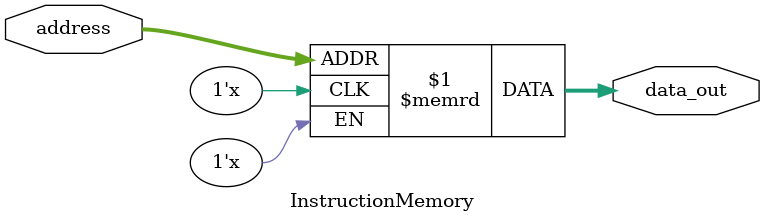
<source format=sv>
module InstructionMemory (
					input [31:0] address,
					output logic [31:0] data_out
					);
	//2^32 = 4 294 967 296
	//(2^32)/4 = 1073741824
	//2^28 = 268 435 456
	
	logic [31:0] mem [100];
	
	assign data_out = mem[address];
endmodule
</source>
